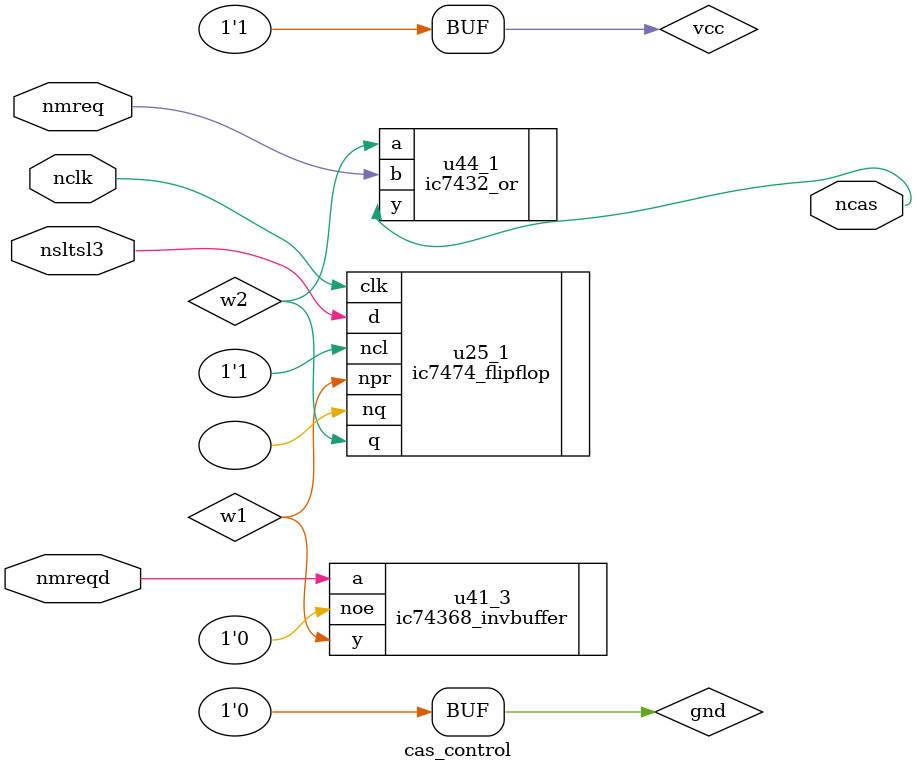
<source format=v>
`include "7432.v"
`include "7474.v"
`include "74368.v"

`timescale 1ns/1ps

module cas_control(input wire nmreq, nmreqd, nsltsl3, nclk, output wire ncas);
    wire w1, w2;
    supply0 gnd;
    supply1 vcc;

    ic74368_invbuffer   u41_3(.noe(gnd), .a(nmreqd), .y(w1));
    ic7474_flipflop     u25_1(.npr(w1), .ncl(vcc), .clk(nclk), .d(nsltsl3), .q(w2), .nq());
    ic7432_or           u44_1(.a(w2), .b(nmreq), .y(ncas));
endmodule

</source>
